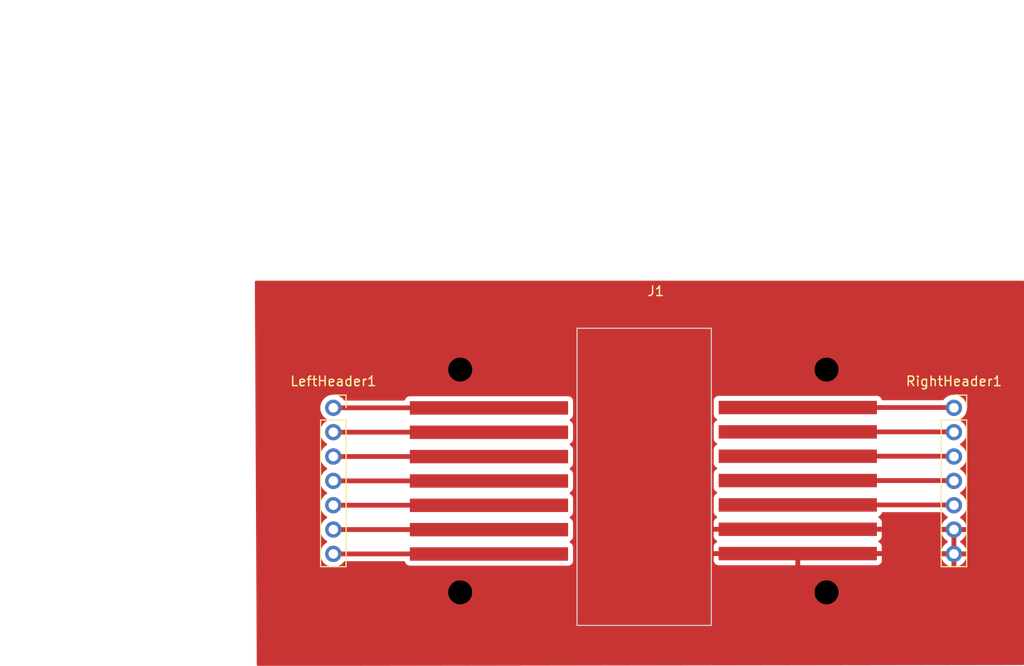
<source format=kicad_pcb>
(kicad_pcb (version 20210228) (generator pcbnew)
  (layers (0 "F.Cu" signal) (31 "B.Cu" signal) (34 "B.Paste" user) (35 "F.Paste" user) (36 "B.SilkS" user "B.Silkscreen") (37 "F.SilkS" user "F.Silkscreen") (38 "B.Mask" user) (39 "F.Mask" user) (44 "Edge.Cuts" user))
  (net 0 "")
  (net 1 "Net-(J1-Pad14)")
  (net 2 "Net-(J1-Pad13)")
  (net 3 "Net-(J1-Pad12)")
  (net 4 "Net-(J1-Pad11)")
  (net 5 "Net-(J1-Pad10)")
  (net 6 "GND")
  (net 7 "Net-(J1-Pad7)")
  (net 8 "Net-(J1-Pad6)")
  (net 9 "Net-(J1-Pad5)")
  (net 10 "Net-(J1-Pad4)")
  (net 11 "Net-(J1-Pad3)")
  (net 12 "Net-(J1-Pad2)")
  (net 13 "Net-(J1-Pad1)")
  (footprint "Connector_PinSocket_2.54mm:PinSocket_1x07_P2.54mm_Vertical" (layer "F.Cu") (at 102.68 63.17)
    (fp_text reference "RightHeader1" (at 0 -2.77) (layer "F.SilkS"))
    (fp_text value "Conn_01x07_Male")
    (fp_line (start 1.33 1.27) (end 1.33 16.57) (layer "F.SilkS") (width 0.12))
    (fp_line (start 1.33 -1.33) (end 1.33 0) (layer "F.SilkS") (width 0.12))
    (fp_line (start -1.33 1.27) (end -1.33 16.57) (layer "F.SilkS") (width 0.12))
    (fp_line (start -1.33 1.27) (end 1.33 1.27) (layer "F.SilkS") (width 0.12))
    (fp_line (start 0 -1.33) (end 1.33 -1.33) (layer "F.SilkS") (width 0.12))
    (fp_line (start -1.33 16.57) (end 1.33 16.57) (layer "F.SilkS") (width 0.12))
    (pad "1" thru_hole circle (at 0 0) (size 1.7 1.7) (drill 1) (layers *.Cu *.Mask) (net 1 "Net-(J1-Pad14)"))
    (pad "2" thru_hole oval (at 0 2.54) (size 1.7 1.7) (drill 1) (layers *.Cu *.Mask) (net 2 "Net-(J1-Pad13)"))
    (pad "3" thru_hole oval (at 0 5.08) (size 1.7 1.7) (drill 1) (layers *.Cu *.Mask) (net 3 "Net-(J1-Pad12)"))
    (pad "4" thru_hole oval (at 0 7.62) (size 1.7 1.7) (drill 1) (layers *.Cu *.Mask) (net 4 "Net-(J1-Pad11)"))
    (pad "5" thru_hole oval (at 0 10.16) (size 1.7 1.7) (drill 1) (layers *.Cu *.Mask) (net 5 "Net-(J1-Pad10)"))
    (pad "6" thru_hole oval (at 0 12.7) (size 1.7 1.7) (drill 1) (layers *.Cu *.Mask) (net 6 "GND"))
    (pad "7" thru_hole oval (at 0 15.24) (size 1.7 1.7) (drill 1) (layers *.Cu *.Mask) (net 6 "GND"))
  )
  (footprint "laser-diode-butterfly-mount:laser-diode-butterfly-mount" (layer "F.Cu") (at 3.48 20.87)
    (fp_text reference "J1" (at 68.12 30.13) (layer "F.SilkS"))
    (fp_text value "Conn_02x07_Counter_Clockwise")
    (fp_rect (start 59.91 34) (end 73.91 65) (layer "Edge.Cuts") (width 0.12) (fill none))
    (pad "" np_thru_hole circle (at 47.728 61.55) (size 2.5 2.5) (drill 2.5) (layers *.Mask))
    (pad "" np_thru_hole circle (at 85.92 38.31) (size 2.5 2.5) (drill 2.5) (layers *.Mask))
    (pad "" np_thru_hole circle (at 47.728 38.31) (size 2.5 2.5) (drill 2.5) (layers *.Mask))
    (pad "" np_thru_hole circle (at 85.92 61.55) (size 2.5 2.5) (drill 2.5) (layers *.Mask))
    (pad "1" smd rect (at 50.728 42.31) (size 16.5 1.4) (layers "F.Cu" "F.Paste" "F.Mask") (net 13 "Net-(J1-Pad1)"))
    (pad "2" smd rect (at 50.728 44.85) (size 16.5 1.4) (layers "F.Cu" "F.Paste" "F.Mask") (net 12 "Net-(J1-Pad2)"))
    (pad "3" smd rect (at 50.728 47.39) (size 16.5 1.4) (layers "F.Cu" "F.Paste" "F.Mask") (net 11 "Net-(J1-Pad3)"))
    (pad "4" smd rect (at 50.728 49.93) (size 16.5 1.4) (layers "F.Cu" "F.Paste" "F.Mask") (net 10 "Net-(J1-Pad4)"))
    (pad "5" smd rect (at 50.728 52.47) (size 16.5 1.4) (layers "F.Cu" "F.Paste" "F.Mask") (net 9 "Net-(J1-Pad5)"))
    (pad "6" smd rect (at 50.728 55.01) (size 16.5 1.4) (layers "F.Cu" "F.Paste" "F.Mask") (net 8 "Net-(J1-Pad6)"))
    (pad "7" smd rect (at 50.728 57.55) (size 16.5 1.4) (layers "F.Cu" "F.Paste" "F.Mask") (net 7 "Net-(J1-Pad7)"))
    (pad "8" smd rect (at 82.92 57.51) (size 16.5 1.4) (layers "F.Cu" "F.Paste" "F.Mask") (net 6 "GND"))
    (pad "9" smd rect (at 82.92 54.97) (size 16.5 1.4) (layers "F.Cu" "F.Paste" "F.Mask") (net 6 "GND"))
    (pad "10" smd rect (at 82.92 52.43) (size 16.5 1.4) (layers "F.Cu" "F.Paste" "F.Mask") (net 5 "Net-(J1-Pad10)"))
    (pad "11" smd rect (at 82.92 49.89) (size 16.5 1.4) (layers "F.Cu" "F.Paste" "F.Mask") (net 4 "Net-(J1-Pad11)"))
    (pad "12" smd rect (at 82.92 47.35) (size 16.5 1.4) (layers "F.Cu" "F.Paste" "F.Mask") (net 3 "Net-(J1-Pad12)"))
    (pad "13" smd rect (at 82.92 44.81) (size 16.5 1.4) (layers "F.Cu" "F.Paste" "F.Mask") (net 2 "Net-(J1-Pad13)"))
    (pad "14" smd rect (at 82.92 42.27) (size 16.5 1.4) (layers "F.Cu" "F.Paste" "F.Mask") (net 1 "Net-(J1-Pad14)"))
  )
  (footprint "Connector_PinSocket_2.54mm:PinSocket_1x07_P2.54mm_Vertical" (layer "F.Cu") (at 37.98 63.17)
    (fp_text reference "LeftHeader1" (at 0 -2.77) (layer "F.SilkS"))
    (fp_text value "Conn_01x07_Male")
    (fp_line (start -1.33 1.27) (end -1.33 16.57) (layer "F.SilkS") (width 0.12))
    (fp_line (start 0 -1.33) (end 1.33 -1.33) (layer "F.SilkS") (width 0.12))
    (fp_line (start -1.33 1.27) (end 1.33 1.27) (layer "F.SilkS") (width 0.12))
    (fp_line (start 1.33 -1.33) (end 1.33 0) (layer "F.SilkS") (width 0.12))
    (fp_line (start 1.33 1.27) (end 1.33 16.57) (layer "F.SilkS") (width 0.12))
    (fp_line (start -1.33 16.57) (end 1.33 16.57) (layer "F.SilkS") (width 0.12))
    (pad "1" thru_hole circle (at 0 0) (size 1.7 1.7) (drill 1) (layers *.Cu *.Mask) (net 13 "Net-(J1-Pad1)"))
    (pad "2" thru_hole oval (at 0 2.54) (size 1.7 1.7) (drill 1) (layers *.Cu *.Mask) (net 12 "Net-(J1-Pad2)"))
    (pad "3" thru_hole oval (at 0 5.08) (size 1.7 1.7) (drill 1) (layers *.Cu *.Mask) (net 11 "Net-(J1-Pad3)"))
    (pad "4" thru_hole oval (at 0 7.62) (size 1.7 1.7) (drill 1) (layers *.Cu *.Mask) (net 10 "Net-(J1-Pad4)"))
    (pad "5" thru_hole oval (at 0 10.16) (size 1.7 1.7) (drill 1) (layers *.Cu *.Mask) (net 9 "Net-(J1-Pad5)"))
    (pad "6" thru_hole oval (at 0 12.7) (size 1.7 1.7) (drill 1) (layers *.Cu *.Mask) (net 8 "Net-(J1-Pad6)"))
    (pad "7" thru_hole oval (at 0 15.24) (size 1.7 1.7) (drill 1) (layers *.Cu *.Mask) (net 7 "Net-(J1-Pad7)"))
  )
  (segment (start 86.4 63.14) (end 102.65 63.14) (width 0.5) (layer "F.Cu") (net 1))
  (segment (start 86.4 65.68) (end 102.65 65.68) (width 0.5) (layer "F.Cu") (net 2))
  (segment (start 86.4 68.22) (end 102.65 68.22) (width 0.5) (layer "F.Cu") (net 3))
  (segment (start 86.4 70.76) (end 102.65 70.76) (width 0.5) (layer "F.Cu") (net 4))
  (segment (start 86.4 73.3) (end 102.65 73.3) (width 0.5) (layer "F.Cu") (net 5))
  (segment (start 102.68 75.87) (end 102.68 78.41) (width 0.25) (layer "F.Cu") (net 6))
  (segment (start 86.4 78.38) (end 102.65 78.38) (width 0.5) (layer "F.Cu") (net 6))
  (segment (start 86.4 75.84) (end 102.65 75.84) (width 0.5) (layer "F.Cu") (net 6))
  (segment (start 37.98 78.41) (end 54.198 78.41) (width 0.5) (layer "F.Cu") (net 7))
  (segment (start 37.98 75.87) (end 54.198 75.87) (width 0.5) (layer "F.Cu") (net 8))
  (segment (start 37.98 73.33) (end 54.198 73.33) (width 0.5) (layer "F.Cu") (net 9))
  (segment (start 37.98 70.79) (end 54.198 70.79) (width 0.5) (layer "F.Cu") (net 10))
  (segment (start 37.98 68.25) (end 54.198 68.25) (width 0.5) (layer "F.Cu") (net 11))
  (segment (start 37.98 65.71) (end 54.198 65.71) (width 0.5) (layer "F.Cu") (net 12))
  (segment (start 37.98 63.17) (end 54.198 63.17) (width 0.5) (layer "F.Cu") (net 13))
  (zone (net 6) (net_name "GND") (layer "F.Cu") (connect_pads (clearance 0.508)) (min_thickness 0.254) (fill yes (thermal_gap 0.508) (thermal_bridge_width 0.508))
    (polygon (pts (xy 110 90) (xy 30 90.1) (xy 29.8 49.9) (xy 110 49.9)))
  )
)
</source>
